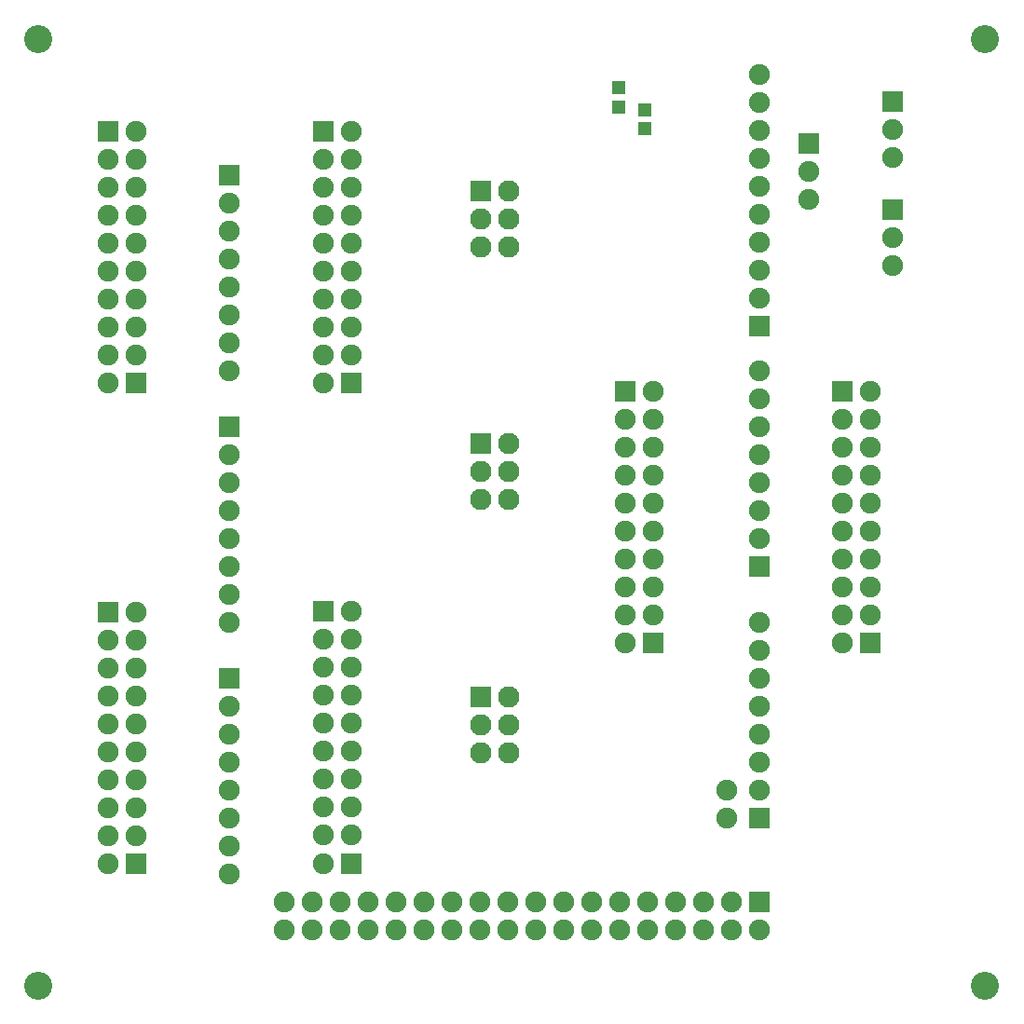
<source format=gbs>
G04 DipTrace 3.0.0.1*
G04 arduino-shield_lay.GBS*
%MOIN*%
G04 #@! TF.FileFunction,Soldermask,Bot*
G04 #@! TF.Part,Single*
%ADD25C,0.1004*%
%ADD30R,0.04737X0.051307*%
%ADD32C,0.076898*%
%ADD34R,0.076898X0.076898*%
%ADD36C,0.074929*%
%ADD38R,0.074929X0.074929*%
%FSLAX26Y26*%
G04*
G70*
G90*
G75*
G01*
G04 BotMask*
%LPD*%
D38*
X1156520Y2475457D3*
D36*
Y2375457D3*
Y2275457D3*
Y2175457D3*
Y2075457D3*
Y1975457D3*
Y1875457D3*
Y1775457D3*
D38*
Y1575378D3*
D36*
Y1475378D3*
Y1375378D3*
Y1275378D3*
Y1175378D3*
Y1075378D3*
Y975378D3*
Y875378D3*
D38*
X3231727Y3488062D3*
D36*
Y3388062D3*
Y3288062D3*
D38*
X3531759Y3638077D3*
D36*
Y3538077D3*
Y3438077D3*
D38*
Y3250537D3*
D36*
Y3150537D3*
Y3050537D3*
D38*
X3055142Y1075323D3*
D36*
Y1175323D3*
Y1275323D3*
Y1375323D3*
Y1475323D3*
Y1575323D3*
Y1675323D3*
Y1775323D3*
D38*
Y775260D3*
D36*
Y675260D3*
X2955142Y775260D3*
Y675260D3*
X2855142Y775260D3*
Y675260D3*
X2755142Y775260D3*
Y675260D3*
X2655142Y775260D3*
Y675260D3*
X2555142Y775260D3*
Y675260D3*
X2455142Y775260D3*
Y675260D3*
X2355142Y775260D3*
Y675260D3*
X2255142Y775260D3*
Y675260D3*
X2155142Y775260D3*
Y675260D3*
X2055142Y775260D3*
Y675260D3*
X1955142Y775260D3*
Y675260D3*
X1855142Y775260D3*
Y675260D3*
X1755142Y775260D3*
Y675260D3*
X1655142Y775260D3*
Y675260D3*
X1555142Y775260D3*
Y675260D3*
X1455142Y775260D3*
Y675260D3*
X1355142Y775260D3*
Y675260D3*
D38*
X725224Y1812802D3*
D36*
X825224D3*
X725224Y1712802D3*
X825224D3*
X725224Y1612802D3*
X825224D3*
X725224Y1512802D3*
X825224D3*
X725224Y1412802D3*
X825224D3*
X725224Y1312802D3*
X825224D3*
X725224Y1212802D3*
X825224D3*
X725224Y1112802D3*
X825224D3*
X725224Y1012802D3*
X825224D3*
D38*
X1494045Y1812886D3*
D36*
X1594045D3*
X1494045Y1712886D3*
X1594045D3*
X1494045Y1612886D3*
X1594045D3*
X1494045Y1512886D3*
X1594045D3*
X1494045Y1412886D3*
X1594045D3*
X1494045Y1312886D3*
X1594045D3*
X1494045Y1212886D3*
X1594045D3*
X1494045Y1112886D3*
X1594045D3*
X1494045Y1012886D3*
X1594045D3*
D38*
X725214Y3531816D3*
D36*
X825214D3*
X725214Y3431816D3*
X825214D3*
X725214Y3331816D3*
X825214D3*
X725214Y3231816D3*
X825214D3*
X725214Y3131816D3*
X825214D3*
X725214Y3031816D3*
X825214D3*
X725214Y2931816D3*
X825214D3*
X725214Y2831816D3*
X825214D3*
X725214Y2731816D3*
X825214D3*
D38*
X1494045Y3531816D3*
D36*
X1594045D3*
X1494045Y3431816D3*
X1594045D3*
X1494045Y3331816D3*
X1594045D3*
X1494045Y3231816D3*
X1594045D3*
X1494045Y3131816D3*
X1594045D3*
X1494045Y3031816D3*
X1594045D3*
X1494045Y2931816D3*
X1594045D3*
X1494045Y2831816D3*
X1594045D3*
X1494045Y2731816D3*
X1594045D3*
D38*
X2575408Y2600469D3*
D36*
X2675408D3*
X2575408Y2500469D3*
X2675408D3*
X2575408Y2400469D3*
X2675408D3*
X2575408Y2300469D3*
X2675408D3*
X2575408Y2200469D3*
X2675408D3*
X2575408Y2100469D3*
X2675408D3*
X2575408Y2000469D3*
X2675408D3*
X2575408Y1900469D3*
X2675408D3*
X2575408Y1800469D3*
X2675408D3*
D38*
X3350490Y2600469D3*
D36*
X3450490D3*
X3350490Y2500469D3*
X3450490D3*
X3350490Y2400469D3*
X3450490D3*
X3350490Y2300469D3*
X3450490D3*
X3350490Y2200469D3*
X3450490D3*
X3350490Y2100469D3*
X3450490D3*
X3350490Y2000469D3*
X3450490D3*
X3350490Y1900469D3*
X3450490D3*
X3350490Y1800469D3*
X3450490D3*
D34*
X2056604Y1506604D3*
D32*
Y1406604D3*
Y1306604D3*
X2156604D3*
Y1406604D3*
Y1506604D3*
D34*
X2056604Y3319294D3*
D32*
Y3219294D3*
Y3119294D3*
X2156604D3*
Y3219294D3*
Y3319294D3*
D34*
X2056604Y2412949D3*
D32*
Y2312949D3*
Y2212949D3*
X2156604D3*
Y2312949D3*
Y2412949D3*
D25*
X3862749Y3862749D3*
X475251D3*
X3862749Y475249D3*
X475251Y475251D3*
D38*
X825224Y2631722D3*
D36*
X725224D3*
D38*
X1594055Y912791D3*
D36*
X1494055D3*
D38*
X1594055Y2631722D3*
D36*
X1494055D3*
D38*
X825224Y912791D3*
D36*
X725224D3*
D38*
X3450500Y1700374D3*
D36*
X3350500D3*
D38*
X2675419D3*
D36*
X2575419D3*
X2937946Y1175319D3*
Y1075308D3*
D38*
X1156509Y3375550D3*
D36*
Y3275550D3*
Y3175550D3*
Y3075550D3*
Y2975550D3*
Y2875550D3*
Y2775550D3*
Y2675550D3*
D38*
X3055142Y2835220D3*
D36*
Y2935220D3*
Y3035220D3*
Y3135220D3*
Y3235220D3*
Y3335220D3*
Y3435220D3*
Y3535220D3*
Y3635220D3*
Y3735220D3*
D38*
Y1975375D3*
D36*
Y2075375D3*
Y2175375D3*
Y2275375D3*
Y2375375D3*
Y2475375D3*
Y2575375D3*
Y2675375D3*
D30*
X2644165Y3606824D3*
Y3539895D3*
X2550406Y3619325D3*
Y3686255D3*
M02*

</source>
